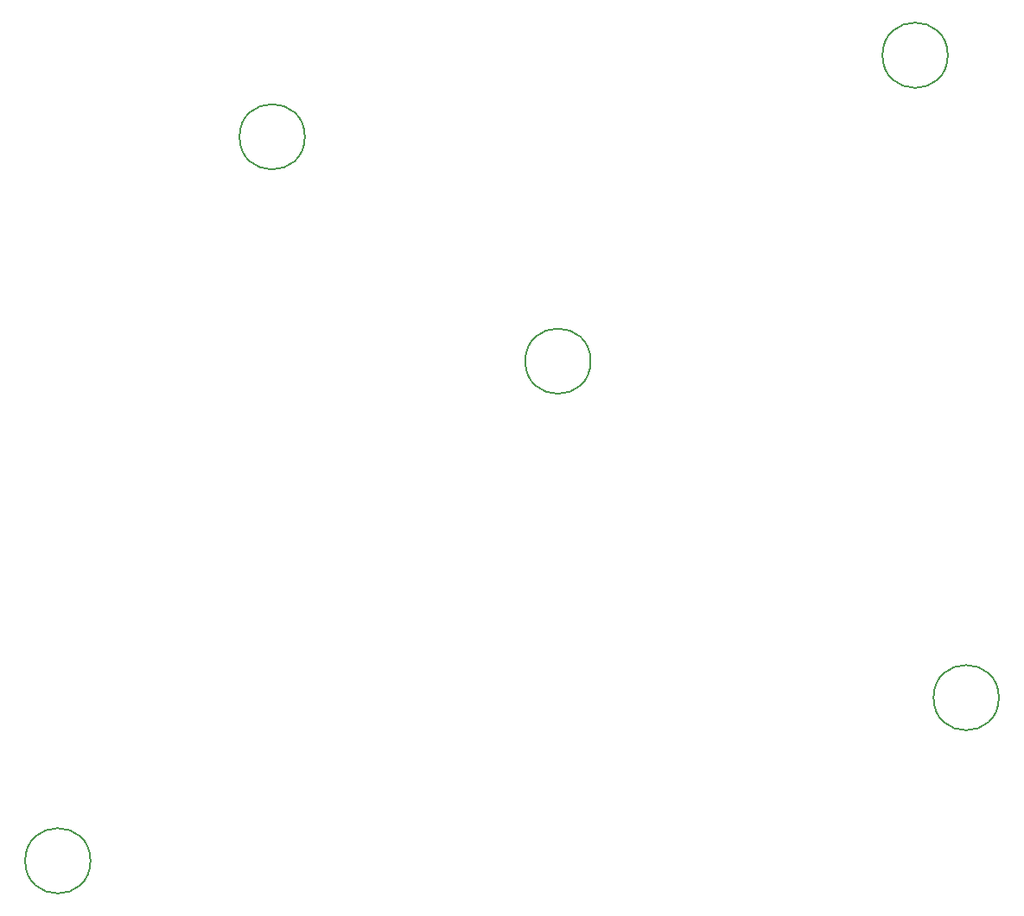
<source format=gbr>
%TF.GenerationSoftware,KiCad,Pcbnew,6.0.8-f2edbf62ab~116~ubuntu22.04.1*%
%TF.CreationDate,2022-10-25T14:40:58+01:00*%
%TF.ProjectId,fsr_array,6673725f-6172-4726-9179-2e6b69636164,3.0*%
%TF.SameCoordinates,Original*%
%TF.FileFunction,Other,Comment*%
%FSLAX46Y46*%
G04 Gerber Fmt 4.6, Leading zero omitted, Abs format (unit mm)*
G04 Created by KiCad (PCBNEW 6.0.8-f2edbf62ab~116~ubuntu22.04.1) date 2022-10-25 14:40:58*
%MOMM*%
%LPD*%
G01*
G04 APERTURE LIST*
%ADD10C,0.150000*%
G04 APERTURE END LIST*
D10*
%TO.C,H5*%
X193200000Y-65000000D02*
G75*
G03*
X193200000Y-65000000I-3200000J0D01*
G01*
%TO.C,H1*%
X109200000Y-144000000D02*
G75*
G03*
X109200000Y-144000000I-3200000J0D01*
G01*
%TO.C,H3*%
X158200000Y-95000000D02*
G75*
G03*
X158200000Y-95000000I-3200000J0D01*
G01*
%TO.C,H4*%
X198200000Y-128000000D02*
G75*
G03*
X198200000Y-128000000I-3200000J0D01*
G01*
%TO.C,H2*%
X130200000Y-73000000D02*
G75*
G03*
X130200000Y-73000000I-3200000J0D01*
G01*
%TD*%
M02*

</source>
